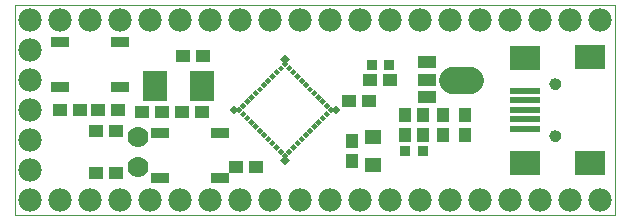
<source format=gts>
G75*
G70*
%OFA0B0*%
%FSLAX24Y24*%
%IPPOS*%
%LPD*%
%AMOC8*
5,1,8,0,0,1.08239X$1,22.5*
%
%ADD10C,0.0000*%
%ADD11R,0.0434X0.0473*%
%ADD12R,0.0473X0.0434*%
%ADD13R,0.0355X0.0355*%
%ADD14R,0.0640X0.0340*%
%ADD15R,0.1024X0.0237*%
%ADD16R,0.1024X0.0827*%
%ADD17C,0.0394*%
%ADD18R,0.0827X0.0985*%
%ADD19C,0.0700*%
%ADD20C,0.0780*%
%ADD21C,0.0906*%
%ADD22R,0.0620X0.0413*%
%ADD23R,0.0158X0.0158*%
%ADD24R,0.0217X0.0217*%
%ADD25R,0.0552X0.0453*%
D10*
X000150Y000150D02*
X000150Y007150D01*
X020150Y007150D01*
X020150Y000150D01*
X000150Y000150D01*
X017973Y002784D02*
X017975Y002810D01*
X017981Y002836D01*
X017991Y002861D01*
X018004Y002884D01*
X018020Y002904D01*
X018040Y002922D01*
X018062Y002937D01*
X018085Y002949D01*
X018111Y002957D01*
X018137Y002961D01*
X018163Y002961D01*
X018189Y002957D01*
X018215Y002949D01*
X018239Y002937D01*
X018260Y002922D01*
X018280Y002904D01*
X018296Y002884D01*
X018309Y002861D01*
X018319Y002836D01*
X018325Y002810D01*
X018327Y002784D01*
X018325Y002758D01*
X018319Y002732D01*
X018309Y002707D01*
X018296Y002684D01*
X018280Y002664D01*
X018260Y002646D01*
X018238Y002631D01*
X018215Y002619D01*
X018189Y002611D01*
X018163Y002607D01*
X018137Y002607D01*
X018111Y002611D01*
X018085Y002619D01*
X018061Y002631D01*
X018040Y002646D01*
X018020Y002664D01*
X018004Y002684D01*
X017991Y002707D01*
X017981Y002732D01*
X017975Y002758D01*
X017973Y002784D01*
X017973Y004516D02*
X017975Y004542D01*
X017981Y004568D01*
X017991Y004593D01*
X018004Y004616D01*
X018020Y004636D01*
X018040Y004654D01*
X018062Y004669D01*
X018085Y004681D01*
X018111Y004689D01*
X018137Y004693D01*
X018163Y004693D01*
X018189Y004689D01*
X018215Y004681D01*
X018239Y004669D01*
X018260Y004654D01*
X018280Y004636D01*
X018296Y004616D01*
X018309Y004593D01*
X018319Y004568D01*
X018325Y004542D01*
X018327Y004516D01*
X018325Y004490D01*
X018319Y004464D01*
X018309Y004439D01*
X018296Y004416D01*
X018280Y004396D01*
X018260Y004378D01*
X018238Y004363D01*
X018215Y004351D01*
X018189Y004343D01*
X018163Y004339D01*
X018137Y004339D01*
X018111Y004343D01*
X018085Y004351D01*
X018061Y004363D01*
X018040Y004378D01*
X018020Y004396D01*
X018004Y004416D01*
X017991Y004439D01*
X017981Y004464D01*
X017975Y004490D01*
X017973Y004516D01*
D11*
X015150Y003485D03*
X014410Y003485D03*
X013750Y003485D03*
X013150Y003485D03*
X013150Y002815D03*
X013750Y002815D03*
X014410Y002815D03*
X015150Y002815D03*
X011370Y002605D03*
X011370Y001935D03*
D12*
X008193Y001738D03*
X007524Y001738D03*
X003525Y001550D03*
X002855Y001550D03*
X002855Y002930D03*
X003525Y002930D03*
X004375Y003590D03*
X005045Y003590D03*
X005715Y003590D03*
X006385Y003590D03*
X003585Y003650D03*
X002915Y003650D03*
X002305Y003650D03*
X001635Y003650D03*
X005755Y005450D03*
X006425Y005450D03*
X011295Y003930D03*
X011965Y003930D03*
X011995Y004650D03*
X012665Y004650D03*
D13*
X012625Y005150D03*
X012035Y005150D03*
X013155Y002290D03*
X013745Y002290D03*
D14*
X006990Y002880D03*
X004990Y002880D03*
X004990Y001380D03*
X006990Y001380D03*
X003650Y004400D03*
X001650Y004400D03*
X001650Y005900D03*
X003650Y005900D03*
D15*
X017166Y004280D03*
X017166Y003965D03*
X017166Y003650D03*
X017166Y003335D03*
X017166Y003020D03*
D16*
X017166Y001878D03*
X019331Y001878D03*
X017166Y005382D03*
X019331Y005422D03*
D17*
X018150Y004516D03*
X018150Y002784D03*
D18*
X006377Y004450D03*
X004803Y004450D03*
D19*
X004250Y002750D03*
X004250Y001750D03*
D20*
X004650Y000650D03*
X003650Y000650D03*
X002650Y000650D03*
X001650Y000650D03*
X000650Y000650D03*
X000650Y001650D03*
X000650Y002650D03*
X000650Y003650D03*
X000650Y004650D03*
X000650Y005650D03*
X000650Y006650D03*
X001650Y006650D03*
X002650Y006650D03*
X003650Y006650D03*
X004650Y006650D03*
X005650Y006650D03*
X006650Y006650D03*
X007650Y006650D03*
X008650Y006650D03*
X009650Y006650D03*
X010650Y006650D03*
X011650Y006650D03*
X012650Y006650D03*
X013650Y006650D03*
X014650Y006650D03*
X015650Y006650D03*
X016650Y006650D03*
X017650Y006650D03*
X018650Y006650D03*
X019650Y006650D03*
X019650Y000650D03*
X018650Y000650D03*
X017650Y000650D03*
X016650Y000650D03*
X015650Y000650D03*
X014650Y000650D03*
X013650Y000650D03*
X012650Y000650D03*
X011650Y000650D03*
X010650Y000650D03*
X009650Y000650D03*
X008650Y000650D03*
X007650Y000650D03*
X006650Y000650D03*
X005650Y000650D03*
D21*
X014725Y004650D02*
X015315Y004650D01*
D22*
X013868Y004650D03*
X013868Y004059D03*
X013868Y005241D03*
D23*
G36*
X010403Y004039D02*
X010514Y003928D01*
X010403Y003817D01*
X010292Y003928D01*
X010403Y004039D01*
G37*
G36*
X010264Y004179D02*
X010375Y004068D01*
X010264Y003957D01*
X010153Y004068D01*
X010264Y004179D01*
G37*
G36*
X010124Y004318D02*
X010235Y004207D01*
X010124Y004096D01*
X010013Y004207D01*
X010124Y004318D01*
G37*
G36*
X009985Y004457D02*
X010096Y004346D01*
X009985Y004235D01*
X009874Y004346D01*
X009985Y004457D01*
G37*
G36*
X009846Y004596D02*
X009957Y004485D01*
X009846Y004374D01*
X009735Y004485D01*
X009846Y004596D01*
G37*
G36*
X009707Y004735D02*
X009818Y004624D01*
X009707Y004513D01*
X009596Y004624D01*
X009707Y004735D01*
G37*
G36*
X009568Y004875D02*
X009679Y004764D01*
X009568Y004653D01*
X009457Y004764D01*
X009568Y004875D01*
G37*
G36*
X009428Y005014D02*
X009539Y004903D01*
X009428Y004792D01*
X009317Y004903D01*
X009428Y005014D01*
G37*
G36*
X009289Y005153D02*
X009400Y005042D01*
X009289Y004931D01*
X009178Y005042D01*
X009289Y005153D01*
G37*
G36*
X009150Y005292D02*
X009261Y005181D01*
X009150Y005070D01*
X009039Y005181D01*
X009150Y005292D01*
G37*
G36*
X009011Y005153D02*
X009122Y005042D01*
X009011Y004931D01*
X008900Y005042D01*
X009011Y005153D01*
G37*
G36*
X008872Y005014D02*
X008983Y004903D01*
X008872Y004792D01*
X008761Y004903D01*
X008872Y005014D01*
G37*
G36*
X008732Y004875D02*
X008843Y004764D01*
X008732Y004653D01*
X008621Y004764D01*
X008732Y004875D01*
G37*
G36*
X008593Y004735D02*
X008704Y004624D01*
X008593Y004513D01*
X008482Y004624D01*
X008593Y004735D01*
G37*
G36*
X008454Y004596D02*
X008565Y004485D01*
X008454Y004374D01*
X008343Y004485D01*
X008454Y004596D01*
G37*
G36*
X008315Y004457D02*
X008426Y004346D01*
X008315Y004235D01*
X008204Y004346D01*
X008315Y004457D01*
G37*
G36*
X008176Y004318D02*
X008287Y004207D01*
X008176Y004096D01*
X008065Y004207D01*
X008176Y004318D01*
G37*
G36*
X008036Y004179D02*
X008147Y004068D01*
X008036Y003957D01*
X007925Y004068D01*
X008036Y004179D01*
G37*
G36*
X007897Y004039D02*
X008008Y003928D01*
X007897Y003817D01*
X007786Y003928D01*
X007897Y004039D01*
G37*
G36*
X007758Y003900D02*
X007869Y003789D01*
X007758Y003678D01*
X007647Y003789D01*
X007758Y003900D01*
G37*
G36*
X007619Y003761D02*
X007730Y003650D01*
X007619Y003539D01*
X007508Y003650D01*
X007619Y003761D01*
G37*
G36*
X007758Y003622D02*
X007869Y003511D01*
X007758Y003400D01*
X007647Y003511D01*
X007758Y003622D01*
G37*
G36*
X007897Y003483D02*
X008008Y003372D01*
X007897Y003261D01*
X007786Y003372D01*
X007897Y003483D01*
G37*
G36*
X008036Y003343D02*
X008147Y003232D01*
X008036Y003121D01*
X007925Y003232D01*
X008036Y003343D01*
G37*
G36*
X008176Y003204D02*
X008287Y003093D01*
X008176Y002982D01*
X008065Y003093D01*
X008176Y003204D01*
G37*
G36*
X008315Y003065D02*
X008426Y002954D01*
X008315Y002843D01*
X008204Y002954D01*
X008315Y003065D01*
G37*
G36*
X008454Y002926D02*
X008565Y002815D01*
X008454Y002704D01*
X008343Y002815D01*
X008454Y002926D01*
G37*
G36*
X008593Y002787D02*
X008704Y002676D01*
X008593Y002565D01*
X008482Y002676D01*
X008593Y002787D01*
G37*
G36*
X008732Y002647D02*
X008843Y002536D01*
X008732Y002425D01*
X008621Y002536D01*
X008732Y002647D01*
G37*
G36*
X008872Y002508D02*
X008983Y002397D01*
X008872Y002286D01*
X008761Y002397D01*
X008872Y002508D01*
G37*
G36*
X009428Y002508D02*
X009539Y002397D01*
X009428Y002286D01*
X009317Y002397D01*
X009428Y002508D01*
G37*
G36*
X009568Y002647D02*
X009679Y002536D01*
X009568Y002425D01*
X009457Y002536D01*
X009568Y002647D01*
G37*
G36*
X009707Y002787D02*
X009818Y002676D01*
X009707Y002565D01*
X009596Y002676D01*
X009707Y002787D01*
G37*
G36*
X009846Y002926D02*
X009957Y002815D01*
X009846Y002704D01*
X009735Y002815D01*
X009846Y002926D01*
G37*
G36*
X009985Y003065D02*
X010096Y002954D01*
X009985Y002843D01*
X009874Y002954D01*
X009985Y003065D01*
G37*
G36*
X010124Y003204D02*
X010235Y003093D01*
X010124Y002982D01*
X010013Y003093D01*
X010124Y003204D01*
G37*
G36*
X010264Y003343D02*
X010375Y003232D01*
X010264Y003121D01*
X010153Y003232D01*
X010264Y003343D01*
G37*
G36*
X010403Y003483D02*
X010514Y003372D01*
X010403Y003261D01*
X010292Y003372D01*
X010403Y003483D01*
G37*
G36*
X010542Y003622D02*
X010653Y003511D01*
X010542Y003400D01*
X010431Y003511D01*
X010542Y003622D01*
G37*
G36*
X010681Y003761D02*
X010792Y003650D01*
X010681Y003539D01*
X010570Y003650D01*
X010681Y003761D01*
G37*
G36*
X010542Y003900D02*
X010653Y003789D01*
X010542Y003678D01*
X010431Y003789D01*
X010542Y003900D01*
G37*
G36*
X009289Y002369D02*
X009400Y002258D01*
X009289Y002147D01*
X009178Y002258D01*
X009289Y002369D01*
G37*
G36*
X009011Y002369D02*
X009122Y002258D01*
X009011Y002147D01*
X008900Y002258D01*
X009011Y002369D01*
G37*
G36*
X009150Y002230D02*
X009261Y002119D01*
X009150Y002008D01*
X009039Y002119D01*
X009150Y002230D01*
G37*
D24*
G36*
X009150Y002118D02*
X009302Y001966D01*
X009150Y001814D01*
X008998Y001966D01*
X009150Y002118D01*
G37*
G36*
X010834Y003802D02*
X010986Y003650D01*
X010834Y003498D01*
X010682Y003650D01*
X010834Y003802D01*
G37*
G36*
X007466Y003802D02*
X007618Y003650D01*
X007466Y003498D01*
X007314Y003650D01*
X007466Y003802D01*
G37*
G36*
X009150Y005486D02*
X009302Y005334D01*
X009150Y005182D01*
X008998Y005334D01*
X009150Y005486D01*
G37*
D25*
X012090Y002733D03*
X012090Y001807D03*
M02*

</source>
